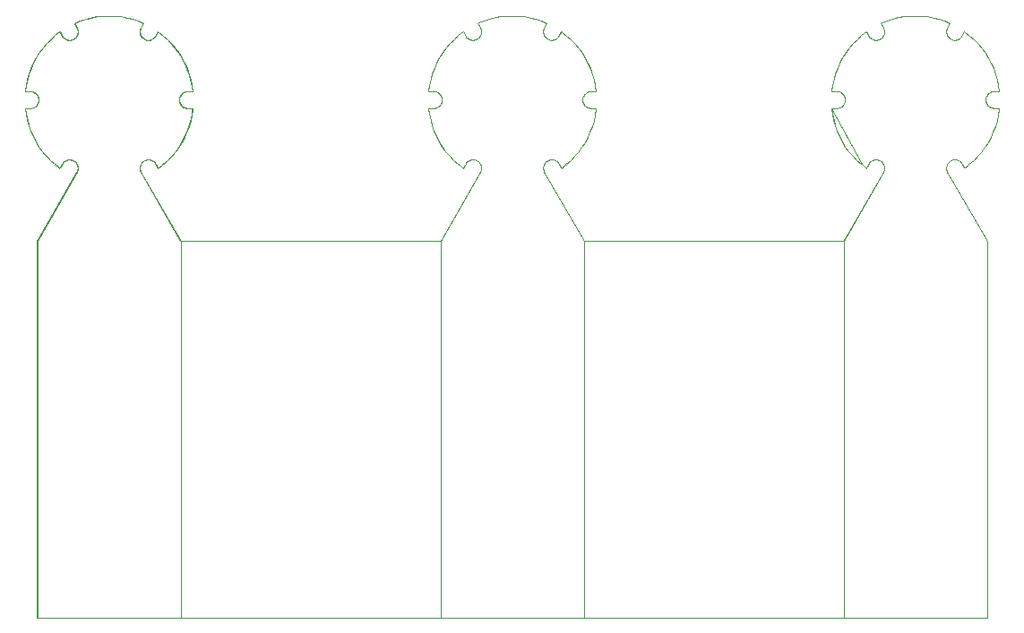
<source format=gko>
%FSTAX23Y23*%
%MOIN*%
%SFA1B1*%

%IPPOS*%
%ADD10C,0.003937*%
%ADD60C,0.003937*%
%LNpcb4-1*%
%LPD*%
G54D10*
X04212Y04242D02*
D01*
X04212Y04242*
X04212Y04242*
X04212Y04242*
X04212Y04242*
X04212Y04242*
X04211Y04242*
X04211Y04242*
X04211Y04242*
X04211Y04242*
X04211Y04242*
X05713Y04242D02*
D01*
X05713*
X05713*
X05713*
X05713Y04242*
X05713Y04242*
X06676Y04242D02*
D01*
X06676Y04242*
X06675Y04242*
X06675Y04242*
X06675Y04242*
X06675Y04242*
X06675Y04242*
X07068Y05937D02*
D01*
X07067Y05935*
X07065Y05933*
X07064Y05932*
X07063Y0593*
X07062Y05928*
X07061Y05926*
X07061Y05923*
X0706Y05921*
X0706Y05919*
X0706Y05917*
X0706Y05915*
X0706Y05913*
X0706Y0591*
X0706Y05908*
X07061Y05906*
X07062Y05904*
X07063Y05902*
X07064Y059*
X07064Y059*
X07118Y05931D02*
D01*
X07117Y05933*
X07116Y05935*
X07114Y05936*
X07113Y05938*
X07111Y0594*
X0711Y05941*
X07108Y05942*
X07106Y05943*
X07104Y05944*
X07102Y05945*
X071Y05946*
X07098Y05946*
X07095Y05947*
X07093Y05947*
X07091Y05947*
X07089Y05947*
X07087Y05947*
X07084Y05946*
X07082Y05946*
X0708Y05945*
X07078Y05944*
X07076Y05943*
X07074Y05942*
X07073Y05941*
X07071Y0594*
X07069Y05938*
X07068Y05937*
X07127Y05916D02*
D01*
X07131Y05918*
X07134Y05921*
X07138Y05923*
X07141Y05926*
X07144Y05929*
D01*
X07161Y05943*
X07176Y05959*
X0719Y05975*
X07203Y05993*
X07215Y06011*
X07225Y06031*
X07234Y06051*
X07241Y06071*
X07248Y06092*
X07252Y06113*
X07255Y06135*
X07256Y06138*
X07215Y06191D02*
D01*
X07213Y06189*
X07212Y06187*
X07211Y06186*
X0721Y06184*
X07209Y06182*
X07208Y0618*
X07207Y06178*
X07207Y06175*
X07206Y06173*
X07206Y06171*
X07206Y06169*
X07206Y06167*
X07207Y06164*
X07207Y06162*
X07208Y0616*
X07208Y06158*
X07209Y06156*
X0721Y06154*
X07211Y06152*
X07213Y0615*
X07214Y06149*
X07215Y06147*
X07217Y06146*
X07219Y06144*
X07221Y06143*
X07222Y06142*
X07224Y06141*
X07226Y0614*
X07229Y06139*
X07231Y06139*
X07233Y06138*
X07235Y06138*
X07237Y06138*
X07238Y06138*
Y06201D02*
D01*
X07235Y06201*
X07233Y06201*
X07231Y062*
X07229Y062*
X07227Y06199*
X07225Y06198*
X07223Y06197*
X07221Y06196*
X07219Y06195*
X07217Y06194*
X07216Y06192*
X07215Y06191*
X07238Y06201D02*
D01*
X07238*
X07238Y06201*
X07238*
X07238*
X07238*
Y06201*
D01*
X07238*
X07238*
X07238Y06201*
X07238*
X07238Y06201*
Y06201*
X07256D02*
D01*
X07253Y06223*
X07248Y06244*
X07242Y06265*
X07235Y06286*
X07226Y06306*
X07216Y06325*
X07205Y06343*
X07192Y06361*
X07178Y06378*
X07163Y06394*
X07146Y06408*
X07129Y06422*
X07127Y06423*
X07117Y06405D02*
D01*
X07117Y06405*
X07117Y06405*
X07117Y06406*
X07117Y06406*
X07117Y06405D02*
D01*
X07117Y06405*
X07117Y06405*
X07117Y06405*
X07114Y06402D02*
D01*
X07116Y06404*
X07117Y06405*
X07063Y06437D02*
D01*
X07062Y06435*
X07061Y06433*
X07061Y06431*
X0706Y06429*
X0706Y06427*
X0706Y06425*
X0706Y06423*
X0706Y0642*
X0706Y06418*
X0706Y06416*
X07061Y06414*
X07062Y06412*
X07063Y0641*
X07064Y06408*
X07065Y06406*
X07066Y06404*
X07067Y06403*
X07069Y06401*
X07071Y06399*
X07072Y06398*
X07074Y06397*
X07076Y06396*
X07078Y06395*
X0708Y06394*
X07082Y06393*
X07084Y06393*
X07086Y06392*
X07089Y06392*
X07091Y06392*
X07093Y06392*
X07095Y06392*
X07097Y06393*
X07099Y06393*
X07102Y06394*
X07104Y06395*
X07106Y06395*
X07108Y06397*
X07109Y06398*
X07111Y06399*
X07113Y06401*
X07114Y06402*
X07063Y06438D02*
D01*
X07063Y06438*
X07063Y06438*
X07063Y06438*
X07063Y06437*
X07073Y06455D02*
D01*
X07053Y06463*
X07032Y0647*
X07011Y06475*
X06989Y06479*
X06967Y06482*
X06946Y06482*
X06924Y06482*
X06902Y0648*
X0688Y06476*
X06859Y06471*
X06838Y06464*
X06818Y06456*
X06816Y06455*
X06825Y06439D02*
D01*
X06825Y06439*
X06825Y06439*
X06825Y06439*
X06825Y06439*
X06825Y06439*
X06825Y06439D02*
D01*
X06825Y06439*
X06825Y06439*
X06825Y06439*
X06825Y06439*
X06825Y06439*
X06829Y06423D02*
D01*
X06829Y06426*
X06829Y06428*
X06829Y0643*
X06828Y06432*
X06827Y06434*
X06827Y06436*
X06826Y06438*
X06825Y06439*
X06821Y06402D02*
D01*
X06822Y06404*
X06824Y06405*
X06825Y06407*
X06826Y06409*
X06827Y06411*
X06828Y06413*
X06828Y06415*
X06829Y06417*
X06829Y0642*
X06829Y06422*
X06829Y06423*
X0677Y06408D02*
D01*
X06772Y06406*
X06773Y06404*
X06774Y06402*
X06776Y06401*
X06777Y06399*
X06779Y06398*
X06781Y06397*
X06783Y06396*
X06785Y06395*
X06787Y06394*
X06789Y06393*
X06791Y06393*
X06793Y06392*
X06796Y06392*
X06798Y06392*
X068Y06392*
X06802Y06392*
X06804Y06393*
X06806Y06393*
X06809Y06394*
X06811Y06395*
X06813Y06396*
X06814Y06397*
X06816Y06398*
X06818Y06399*
X0682Y06401*
X06821Y06402*
X06761Y06423D02*
D01*
X06744Y0641*
X06728Y06395*
X06713Y0638*
X06698Y06363*
X06686Y06345*
X06674Y06327*
X06664Y06308*
X06655Y06288*
X06647Y06267*
X06641Y06246*
X06636Y06225*
X06633Y06203*
X06633Y06201*
X06651D02*
D01*
X06651*
X06651*
X06651Y06201*
X06651*
X06651Y06201*
Y06201*
X06651D02*
D01*
X06651*
X06651Y06201*
X06651*
X06651*
X06651Y06201*
X06683Y06169D02*
D01*
X06683Y06172*
X06682Y06174*
X06682Y06176*
X06681Y06178*
X06681Y0618*
X0668Y06182*
X06679Y06184*
X06678Y06186*
X06677Y06188*
X06675Y0619*
X06674Y06191*
X06672Y06193*
X0667Y06194*
X06669Y06196*
X06667Y06197*
X06665Y06198*
X06663Y06199*
X06661Y06199*
X06659Y062*
X06657Y062*
X06654Y06201*
X06652Y06201*
X06651Y06201*
X06674Y06148D02*
D01*
X06676Y0615*
X06677Y06151*
X06678Y06153*
X06679Y06155*
X0668Y06157*
X06681Y06159*
X06682Y06161*
X06682Y06163*
X06682Y06166*
X06683Y06168*
X06683Y06169*
X06651Y06138D02*
D01*
X06653Y06138*
X06655Y06138*
X06658Y06139*
X0666Y06139*
X06662Y0614*
X06664Y06141*
X06666Y06142*
X06668Y06143*
X0667Y06144*
X06671Y06145*
X06673Y06147*
X06674Y06148*
X06633Y06138D02*
D01*
X06636Y06116*
X0664Y06095*
X06646Y06074*
X06654Y06053*
X06663Y06033*
X06673Y06014*
X06684Y05995*
X06697Y05978*
X06711Y05961*
X06726Y05945*
X06742Y0593*
X06745Y05929*
D01*
X06748Y05926*
X06751Y05923*
X06755Y05921*
X06758Y05918*
X06761Y05915*
X0677Y05931D02*
D01*
X0677Y05931*
X0677Y05931*
X0677Y05931*
X0677Y05931*
X0677Y05931*
X0677Y05931D02*
D01*
X0677Y05931*
X0677Y05931*
X0677Y05931*
X0677Y05931*
X0677Y05931*
X06775Y05937D02*
D01*
X06773Y05935*
X06772Y05933*
X06771Y05932*
X0677Y05931*
X06829Y05915D02*
D01*
X06829Y05918*
X06829Y0592*
X06829Y05922*
X06828Y05924*
X06827Y05926*
X06827Y05928*
X06826Y0593*
X06824Y05932*
X06823Y05934*
X06822Y05936*
X0682Y05937*
X06819Y05939*
X06817Y0594*
X06815Y05942*
X06813Y05943*
X06812Y05944*
X0681Y05945*
X06807Y05945*
X06805Y05946*
X06803Y05946*
X06801Y05947*
X06799Y05947*
X06797*
X06794Y05947*
X06792Y05946*
X0679Y05946*
X06788Y05945*
X06786Y05945*
X06784Y05944*
X06782Y05943*
X0678Y05942*
X06778Y0594*
X06777Y05939*
X06775Y05937*
X06775Y05937*
X06825Y059D02*
D01*
X06826Y05902*
X06827Y05904*
X06828Y05906*
X06828Y05908*
X06829Y0591*
X06829Y05912*
X06829Y05914*
X06829Y05915*
X06679Y05645D02*
D01*
X06679Y05645*
X06679Y05645*
X06679Y05645*
X06679Y05646*
X06679Y05646*
X06679Y05646*
X06679Y05646*
X06679Y05646*
X06679Y05646*
X06679Y05646*
X06677Y05643D02*
D01*
X06677Y05643*
X06677Y05643*
X06678Y05643*
X06678Y05643*
X06678Y05643*
X06678Y05643*
X06678Y05643*
X06678Y05643*
X06678Y05643*
X06678Y05643*
X06679Y05644*
X06679Y05644*
X06679Y05644*
X06679Y05644*
X06679Y05644*
X06679Y05644*
X06679Y05644*
X06679Y05644*
X06679Y05644*
X06679Y05645*
X06679Y05645*
X06679Y05645*
X06679Y05645*
X05712Y05644D02*
D01*
X05712Y05644*
X05712Y05644*
X05712Y05644*
X05712Y05644*
X05712Y05643*
X05712Y05643*
X05712Y05643*
X05712Y05643*
X05712Y05643*
X05713Y05643*
X05713Y05643*
X05713Y05643*
X05713Y05643*
X05713Y05643*
X05713Y05643*
X05564Y059D02*
D01*
X05564Y059*
X05564Y059*
X05564Y05899*
X05564Y05899*
X05564Y05899*
X05564Y05899*
X05609Y05941D02*
D01*
X05607Y05943*
X05605Y05944*
X05603Y05945*
X05601Y05945*
X05599Y05946*
X05597Y05946*
X05594Y05947*
X05592Y05947*
X0559Y05947*
X05588Y05947*
X05586Y05946*
X05584Y05946*
X05581Y05945*
X05579Y05944*
X05577Y05944*
X05575Y05942*
X05574Y05941*
X05572Y0594*
X0557Y05939*
X05569Y05937*
X05567Y05935*
X05566Y05934*
X05565Y05932*
X05563Y0593*
X05562Y05928*
X05562Y05926*
X05561Y05924*
X0556Y05922*
X0556Y05919*
X0556Y05917*
X0556Y05915*
X0556Y05913*
X0556Y05911*
X05561Y05909*
X05561Y05906*
X05562Y05904*
X05563Y05902*
X05564Y059*
X05564Y059*
X05619Y05931D02*
D01*
X05617Y05933*
X05616Y05935*
X05615Y05936*
X05613Y05938*
X05612Y05939*
X0561Y05941*
X05609Y05941*
X05619Y05931D02*
D01*
X05619Y05931*
X05619Y05931*
X05619Y05931*
X05619Y05931*
X05619Y05931*
X05628Y05915D02*
D01*
X05631Y05918*
X05635Y0592*
X05638Y05923*
X05641Y05926*
X05645Y05928*
X05645Y05928*
D01*
X05645Y05928*
X05645Y05928*
X05645Y05928*
X05645Y05928*
X05645Y05928*
X05645Y05928D02*
D01*
X05661Y05943*
X05676Y05959*
X0569Y05975*
X05703Y05993*
X05715Y06011*
X05725Y06031*
X05734Y0605*
X05742Y06071*
X05748Y06092*
X05753Y06113*
X05756Y06135*
X05756Y06138*
X05738Y06138D02*
D01*
X05738*
X05738*
X05738*
X05738*
X05738*
Y06138*
D01*
X05738*
X05738*
X05738*
X05738*
X05738*
Y06138*
X05721Y06143D02*
D01*
X05722Y06142*
X05724Y06141*
X05726Y0614*
X05728Y06139*
X05731Y06139*
X05733Y06138*
X05735Y06138*
X05737Y06138*
X05738Y06138*
Y06201D02*
D01*
X05736Y06201*
X05734Y062*
X05731Y062*
X05729Y062*
X05727Y06199*
X05725Y06198*
X05723Y06197*
X05721Y06196*
X05719Y06195*
X05718Y06193*
X05716Y06192*
X05715Y0619*
X05713Y06189*
X05712Y06187*
X05711Y06185*
X0571Y06183*
X05709Y06181*
X05708Y06179*
X05707Y06177*
X05707Y06175*
X05707Y06173*
X05706Y0617*
Y06168*
X05707Y06166*
X05707Y06164*
X05707Y06162*
X05708Y0616*
X05709Y06157*
X0571Y06155*
X05711Y06154*
X05712Y06152*
X05713Y0615*
X05715Y06148*
X05716Y06147*
X05718Y06145*
X05719Y06144*
X05721Y06143*
X05738Y06201D02*
D01*
X05738*
X05738*
X05738*
X05738*
X05738*
X05738D02*
D01*
X05738*
X05738*
X05738*
X05738*
X05738*
X05756D02*
D01*
X05753Y06222*
X05749Y06244*
X05743Y06265*
X05735Y06285*
X05727Y06305*
X05716Y06325*
X05705Y06343*
X05692Y06361*
X05678Y06378*
X05663Y06394*
X05647Y06408*
X0563Y06422*
X05628Y06423*
X05617Y06405D02*
D01*
X05617Y06405*
X05617Y06405*
X05617Y06405*
X05617Y06405*
X05617Y06405*
X05617Y06405*
X05574Y06397D02*
D01*
X05576Y06396*
X05578Y06395*
X0558Y06394*
X05582Y06393*
X05584Y06393*
X05586Y06392*
X05588Y06392*
X0559Y06392*
X05593Y06392*
X05595Y06392*
X05597Y06392*
X05599Y06393*
X05601Y06393*
X05603Y06394*
X05605Y06395*
X05607Y06396*
X05609Y06397*
X05611Y06399*
X05613Y064*
X05614Y06402*
X05616Y06403*
X05617Y06405*
X05563Y06437D02*
D01*
X05562Y06435*
X05561Y06433*
X05561Y06431*
X0556Y06429*
X0556Y06427*
X0556Y06425*
X0556Y06422*
X0556Y0642*
X0556Y06418*
X05561Y06416*
X05561Y06414*
X05562Y06412*
X05563Y0641*
X05564Y06408*
X05565Y06406*
X05566Y06404*
X05568Y06402*
X05569Y06401*
X05571Y06399*
X05573Y06398*
X05574Y06397*
X05563Y06437D02*
D01*
X05563*
Y06437*
X05563Y06437*
Y06437*
X05563*
X05563Y06438D02*
D01*
X05563Y06438*
X05563Y06438*
X05563Y06437*
X05563Y06437*
X05573Y06455D02*
D01*
X05553Y06463*
X05532Y0647*
X05511Y06475*
X05489Y06479*
X05468Y06481*
X05446Y06482*
X05424Y06482*
X05402Y06479*
X05381Y06476*
X0536Y0647*
X05339Y06464*
X05318Y06456*
X05316Y06455*
X0533Y06423D02*
D01*
X05329Y06425*
X05329Y06428*
X05329Y0643*
X05328Y06432*
X05328Y06434*
X05327Y06436*
X05326Y06438*
X05325Y06439*
X05281Y06397D02*
D01*
X05282Y06396*
X05284Y06395*
X05286Y06394*
X05288Y06393*
X05291Y06393*
X05293Y06392*
X05295Y06392*
X05297Y06392*
X05299Y06392*
X05301Y06392*
X05304Y06392*
X05306Y06393*
X05308Y06393*
X0531Y06394*
X05312Y06395*
X05314Y06396*
X05316Y06397*
X05318Y06399*
X05319Y064*
X05321Y06402*
X05322Y06403*
X05324Y06405*
X05325Y06407*
X05326Y06409*
X05327Y06411*
X05328Y06413*
X05328Y06415*
X05329Y06417*
X05329Y06419*
X05329Y06421*
X0533Y06423*
X05271Y06408D02*
D01*
X05272Y06406*
X05273Y06404*
X05275Y06402*
X05276Y06401*
X05278Y06399*
X0528Y06398*
X05281Y06397*
X05262Y06423D02*
D01*
X05244Y0641*
X05228Y06395*
X05213Y0638*
X05199Y06363*
X05186Y06345*
X05174Y06327*
X05164Y06308*
X05155Y06288*
X05147Y06267*
X05141Y06246*
X05137Y06225*
X05134Y06203*
X05133Y06201*
X05151D02*
D01*
X05151*
X05151*
X05151*
X05151*
X05151*
X05151D02*
D01*
X05151*
X05151*
X05151*
X05151*
X05151*
X05169Y06195D02*
D01*
X05167Y06197*
X05165Y06198*
X05163Y06199*
X05161Y06199*
X05159Y062*
X05157Y062*
X05154Y06201*
X05152Y06201*
X05151Y06201*
X05183Y06169D02*
D01*
X05183Y06171*
X05183Y06174*
X05182Y06176*
X05182Y06178*
X05181Y0618*
X0518Y06182*
X05179Y06184*
X05178Y06186*
X05177Y06188*
X05176Y0619*
X05174Y06191*
X05172Y06193*
X05171Y06194*
X05169Y06195*
X05169Y06195*
X05151Y06138D02*
D01*
X05154Y06138*
X05156Y06138*
X05158Y06138*
X0516Y06139*
X05162Y0614*
X05164Y0614*
X05166Y06141*
X05168Y06143*
X0517Y06144*
X05172Y06145*
X05173Y06147*
X05175Y06148*
X05176Y0615*
X05177Y06152*
X05179Y06154*
X0518Y06155*
X05181Y06157*
X05181Y0616*
X05182Y06162*
X05182Y06164*
X05183Y06166*
X05183Y06168*
X05183Y06169*
X05133Y06138D02*
D01*
X05136Y06116*
X05141Y06095*
X05147Y06074*
X05154Y06053*
X05163Y06033*
X05173Y06014*
X05185Y05995*
X05197Y05978*
X05211Y05961*
X05226Y05945*
X05243Y0593*
X05245Y05928*
X05245Y05928D02*
D01*
X05245Y05928*
X05245Y05928*
X05245Y05928*
X05245Y05928*
X05245Y05928*
X05245Y05928*
D01*
X05248Y05926*
X05251Y05923*
X05255Y0592*
X05258Y05918*
X05262Y05915*
X05262Y05915*
X05271Y05931D02*
D01*
X05271Y05931*
X05271Y05931*
X05271Y05931*
X05271Y05931*
X05271Y05931*
X05271Y05931*
X05271Y05931D02*
D01*
X05271Y05931*
X05271Y05931*
X05271Y05931*
X05271Y05931*
X05271Y05931*
X05316Y05941D02*
D01*
X05314Y05943*
X05312Y05944*
X0531Y05945*
X05308Y05945*
X05305Y05946*
X05303Y05946*
X05301Y05947*
X05299Y05947*
X05297Y05947*
X05295Y05947*
X05292Y05946*
X0529Y05946*
X05288Y05945*
X05286Y05944*
X05284Y05944*
X05282Y05942*
X0528Y05941*
X05278Y0594*
X05277Y05939*
X05275Y05937*
X05274Y05935*
X05272Y05934*
X05271Y05932*
X05271Y05931*
X0533Y05915D02*
D01*
X05329Y05917*
X05329Y0592*
X05329Y05922*
X05328Y05924*
X05328Y05926*
X05327Y05928*
X05326Y0593*
X05325Y05932*
X05324Y05934*
X05322Y05936*
X05321Y05937*
X05319Y05939*
X05317Y0594*
X05316Y05941*
X05316Y05941*
X05325Y059D02*
D01*
X05326Y05901*
X05327Y05903*
X05328Y05906*
X05329Y05908*
X05329Y0591*
X05329Y05912*
X0533Y05914*
X0533Y05915*
X05177Y05643D02*
D01*
X05177Y05643*
X05177Y05644*
X05178Y05644*
X05178Y05644*
X05178Y05644*
X05178Y05644*
X05178Y05644*
X05176Y05643D02*
D01*
X05176Y05643*
X05176Y05643*
X05176Y05643*
X05176Y05643*
X05176Y05643*
X05176Y05643*
X05177Y05643*
X05177Y05643*
X05177Y05643*
X05177Y05643*
X05177Y05643*
X05177Y05643*
X05177Y05643*
X05177Y05643*
X0421Y05644D02*
D01*
X0421Y05643*
X0421Y05643*
X0421Y05643*
X0421Y05643*
X0421Y05643*
X04211Y05643*
X04211Y05643*
X04211Y05643*
X04211Y05643*
X04211Y05643*
X04211Y05643*
X04211Y05643*
X04211Y05643*
X04212Y05643*
X04212Y05643*
X04117Y05931D02*
D01*
X04116Y05932*
X04115Y05934*
X04113Y05936*
X04112Y05937*
X0411Y05939*
X04108Y0594*
X04106Y05942*
X04105Y05943*
X04103Y05944*
X04101Y05944*
X04098Y05945*
X04096Y05946*
X04094Y05946*
X04092Y05946*
X0409Y05946*
X04088Y05946*
X04085Y05946*
X04083Y05946*
X04081Y05945*
X04079Y05944*
X04077Y05944*
X04075Y05943*
X04073Y05942*
X04071Y0594*
X0407Y05939*
X04068Y05937*
X04066Y05936*
X04065Y05934*
X04064Y05932*
X04062Y05931*
X04061Y05929*
X04061Y05927*
X0406Y05925*
X04059Y05922*
X04059Y0592*
X04058Y05918*
X04058Y05916*
Y05914*
X04058Y05912*
X04059Y05909*
X04059Y05907*
X0406Y05905*
X04061Y05903*
X04061Y05901*
X04062Y05899*
X04126Y05915D02*
D01*
X0413Y05917*
X04133Y0592*
X04136Y05923*
X0414Y05925*
X04143Y05928*
D01*
X04159Y05942*
X04175Y05958*
X04189Y05975*
X04202Y05992*
X04213Y06011*
X04224Y0603*
X04233Y0605*
X0424Y0607*
X04246Y06091*
X04251Y06113*
X04254Y06134*
X04255Y06137*
X04236Y062D02*
D01*
X04234Y062*
X04232Y062*
X0423Y062*
X04228Y06199*
X04226Y06198*
X04224Y06198*
X04222Y06197*
X0422Y06196*
X04218Y06194*
X04216Y06193*
X04215Y06191*
X04213Y0619*
X04212Y06188*
X0421Y06186*
X04209Y06185*
X04208Y06183*
X04207Y06181*
X04206Y06179*
X04206Y06176*
X04205Y06174*
X04205Y06172*
X04205Y0617*
Y06168*
X04205Y06166*
X04205Y06163*
X04206Y06161*
X04206Y06159*
X04207Y06157*
X04208Y06155*
X04209Y06153*
X0421Y06151*
X04212Y06149*
X04213Y06148*
X04215Y06146*
X04216Y06145*
X04218Y06143*
X0422Y06142*
X04222Y06141*
X04224Y0614*
X04226Y06139*
X04228Y06139*
X0423Y06138*
X04232Y06138*
X04234Y06137*
X04236Y06137*
X04255Y062D02*
D01*
X04252Y06222*
X04247Y06243*
X04241Y06264*
X04234Y06285*
X04225Y06305*
X04215Y06324*
X04203Y06343*
X0419Y06361*
X04177Y06377*
X04161Y06393*
X04145Y06408*
X04128Y06421*
X04126Y06423*
X04115Y06404D02*
D01*
X04115Y06404*
X04116Y06405*
X04116Y06405*
X04116Y06405*
X04116Y06405*
X04116Y06405*
X04062Y06437D02*
D01*
X04061Y06435*
X0406Y06433*
X04059Y06431*
X04059Y06429*
X04058Y06426*
X04058Y06424*
X04058Y06422*
X04058Y0642*
X04059Y06418*
X04059Y06415*
X0406Y06413*
X0406Y06411*
X04061Y06409*
X04062Y06407*
X04064Y06405*
X04065Y06404*
X04066Y06402*
X04068Y064*
X04069Y06399*
X04071Y06397*
X04073Y06396*
X04075Y06395*
X04077Y06394*
X04079Y06393*
X04081Y06393*
X04083Y06392*
X04085Y06392*
X04087Y06391*
X0409Y06391*
X04092Y06391*
X04094Y06392*
X04096Y06392*
X04098Y06392*
X041Y06393*
X04102Y06394*
X04104Y06395*
X04106Y06396*
X04108Y06397*
X0411Y06399*
X04111Y064*
X04113Y06402*
X04114Y06403*
X04115Y06404*
X04062Y06437D02*
D01*
X04062Y06437*
X04062Y06437*
X04062Y06437*
X04062Y06437*
X04072Y06454D02*
D01*
X04051Y06463*
X04031Y06469*
X04009Y06475*
X03988Y06479*
X03966Y06481*
X03944Y06482*
X03922Y06481*
X03901Y06479*
X03879Y06475*
X03858Y0647*
X03837Y06463*
X03817Y06455*
X03815Y06454*
X03828Y06423D02*
D01*
X03828Y06425*
X03828Y06427*
X03827Y06429*
X03827Y06432*
X03826Y06434*
X03825Y06436*
X03824Y06438*
X03824Y06439*
X03769Y06407D02*
D01*
X0377Y06405*
X03772Y06403*
X03773Y06402*
X03775Y064*
X03776Y06399*
X03778Y06397*
X0378Y06396*
X03782Y06395*
X03784Y06394*
X03786Y06393*
X03788Y06393*
X0379Y06392*
X03792Y06392*
X03794Y06391*
X03796Y06391*
X03799Y06391*
X03801Y06392*
X03803Y06392*
X03805Y06393*
X03807Y06393*
X03809Y06394*
X03811Y06395*
X03813Y06396*
X03815Y06397*
X03817Y06399*
X03818Y064*
X0382Y06402*
X03821Y06403*
X03823Y06405*
X03824Y06407*
X03825Y06409*
X03826Y06411*
X03826Y06413*
X03827Y06415*
X03827Y06417*
X03828Y0642*
X03828Y06422*
X03828Y06423*
X0376Y06423D02*
D01*
X03743Y06409*
X03727Y06395*
X03711Y06379*
X03697Y06362*
X03684Y06345*
X03673Y06326*
X03662Y06307*
X03653Y06287*
X03646Y06267*
X0364Y06246*
X03635Y06224*
X03632Y06203*
X03632Y062*
X03681Y06169D02*
D01*
X03681Y06171*
X03681Y06173*
X03681Y06175*
X0368Y06178*
X03679Y0618*
X03679Y06182*
X03678Y06184*
X03677Y06186*
X03675Y06187*
X03674Y06189*
X03672Y06191*
X03671Y06192*
X03669Y06194*
X03667Y06195*
X03666Y06196*
X03664Y06197*
X03662Y06198*
X0366Y06199*
X03657Y06199*
X03655Y062*
X03653Y062*
X03651Y062*
X0365Y062*
Y06137D02*
D01*
X03652Y06137*
X03654Y06138*
X03656Y06138*
X03659Y06139*
X03661Y06139*
X03663Y0614*
X03665Y06141*
X03667Y06142*
X03668Y06143*
X0367Y06145*
X03672Y06146*
X03673Y06148*
X03675Y06149*
X03676Y06151*
X03677Y06153*
X03678Y06155*
X03679Y06157*
X0368Y06159*
X0368Y06161*
X03681Y06163*
X03681Y06166*
X03681Y06168*
X03681Y06169*
X03632Y06137D02*
D01*
X03635Y06116*
X03639Y06094*
X03645Y06073*
X03652Y06053*
X03661Y06033*
X03671Y06013*
X03683Y05995*
X03696Y05977*
X0371Y0596*
X03725Y05945*
X03741Y0593*
X03743Y05928*
D01*
X03747Y05925*
X0375Y05923*
X03753Y0592*
X03757Y05917*
X0376Y05915*
X03828Y05915D02*
D01*
X03828Y05917*
X03828Y05919*
X03827Y05921*
X03827Y05923*
X03826Y05926*
X03825Y05928*
X03824Y0593*
X03823Y05932*
X03822Y05933*
X03821Y05935*
X03819Y05937*
X03818Y05938*
X03816Y0594*
X03814Y05941*
X03812Y05942*
X0381Y05943*
X03808Y05944*
X03806Y05945*
X03804Y05945*
X03802Y05946*
X038Y05946*
X03798Y05946*
X03795*
X03793Y05946*
X03791Y05946*
X03789Y05945*
X03787Y05945*
X03785Y05944*
X03783Y05943*
X03781Y05942*
X03779Y05941*
X03777Y0594*
X03775Y05938*
X03774Y05937*
X03772Y05935*
X03771Y05933*
X0377Y05932*
X03769Y05931*
X03824Y05899D02*
D01*
X03825Y05901*
X03826Y05903*
X03826Y05905*
X03827Y05907*
X03827Y05909*
X03828Y05912*
X03828Y05914*
X03828Y05915*
X03676Y04242D02*
X04211D01*
X04212Y04242D02*
X05713D01*
X05713D02*
X06675D01*
X06676Y04242D02*
X07211D01*
Y05645D02*
Y04242D01*
X07064Y059D02*
X07211Y05645D01*
X07064Y059D02*
D01*
X07118Y05931D02*
D01*
X07127Y05916*
X07238Y06138D02*
X07256D01*
X07238Y06201D02*
X07238D01*
X07238D02*
X07238D01*
X07256D01*
X07117Y06406D02*
X07127Y06423D01*
X07063Y06437D02*
D01*
X07063Y06438D02*
D01*
X07073Y06455D01*
X06816D02*
X06825Y06439D01*
D01*
X06825Y06439D02*
X06825Y06439D01*
X06825Y06439*
X06825Y06439D02*
D01*
X0677Y06408D02*
D01*
X06761Y06423D02*
X0677Y06408D01*
X06633Y06201D02*
D01*
X06651D01*
X06651D02*
X06651D01*
X06633Y06138D02*
X06745Y05929D01*
X0677Y05931D02*
X0677Y05931D01*
Y05931D02*
X0677Y05931D01*
X0677Y05931D02*
X0677Y05931D01*
X06829Y05915D02*
X06829Y05915D01*
X06825Y059D02*
X06825Y059D01*
X06679Y05646D02*
X06825Y059D01*
X05713Y05643D02*
X06677D01*
X05712Y05644D02*
D01*
X05564Y05899D02*
X05712Y05644D01*
X05564Y059D02*
X05564Y05899D01*
X05564Y059D02*
X05564Y05899D01*
X05564Y059D02*
D01*
X05609Y05941D02*
D01*
X05619Y05931D02*
X05619Y05931D01*
D01*
X05619Y05931D01*
X05628Y05915*
D01*
X05645Y05928D02*
X05645Y05928D01*
X05738Y06138D02*
X05756Y06138D01*
X05738D02*
X05738Y06138D01*
X05738D02*
Y06138D01*
Y06138D02*
X05756D01*
Y06138D02*
Y06138D01*
X05738Y06138D02*
X05756D01*
X05721Y06143D02*
D01*
X05738Y06201D02*
X05738D01*
X05756*
X05738D02*
X05756D01*
X05738D02*
X05756D01*
X05628Y06423D02*
D01*
X05617Y06405D02*
X05628Y06423D01*
X05617Y06405D02*
D01*
X05574Y06397D02*
D01*
X05563Y06437D02*
Y06437D01*
Y06437D02*
D01*
X05563Y06438D02*
D01*
X05573Y06455D01*
X05316D02*
X05325Y06439D01*
D01*
X0533Y06423D02*
D01*
X05271Y06408D02*
D01*
X05262Y06423D02*
X05271Y06408D01*
X05133Y06201D02*
X05151D01*
X05133D02*
X05151D01*
X05133D02*
D01*
X05151D01*
X05169Y06195D02*
D01*
X05133Y06138D02*
X05151D01*
X05245Y05928D02*
X05245Y05928D01*
X05262Y05915D02*
X05271Y05931D01*
X05271Y05931D02*
X05271Y05931D01*
X05271Y05931D01*
X0533Y05915D02*
D01*
X05178Y05644D02*
X05325Y059D01*
X04212Y05643D02*
X05176D01*
X0421Y05644D02*
D01*
X04062Y05899D02*
X0421Y05644D01*
X04062Y05899D02*
X04062D01*
X04117Y05931D02*
D01*
X04126Y05915*
X04236Y06137D02*
X04255D01*
X04236Y062D02*
X04255D01*
X04116Y06405D02*
X04126Y06423D01*
X04115Y06404D02*
D01*
X04062Y06437D02*
D01*
X04062Y06437D02*
D01*
X04072Y06454D01*
X03815D02*
X03824Y06439D01*
D01*
X03769Y06407D02*
D01*
X0376Y06423D02*
X03769Y06407D01*
X03632Y062D02*
X0365D01*
X03632Y06137D02*
X0365D01*
X0376Y05915D02*
X03769Y05931D01*
X03676Y05644D02*
X03824Y05899D01*
X03676Y05644D02*
Y04242D01*
X04118Y05931D02*
D01*
X04117Y05933*
X04116Y05935*
X04115Y05937*
X04113Y05938*
X04111Y0594*
X0411Y05941*
X04108Y05942*
X04106Y05943*
X04104Y05944*
X04102Y05945*
X041Y05946*
X04098Y05946*
X04096Y05947*
X04093Y05947*
X04091Y05947*
X04089Y05947*
X04087Y05947*
X04085Y05946*
X04082Y05946*
X0408Y05945*
X04078Y05944*
X04076Y05943*
X04074Y05942*
X04073Y05941*
X04071Y0594*
X04069Y05938*
X04068Y05937*
X04066Y05935*
X04065Y05933*
X04064Y05931*
X04063Y05929*
X04062Y05927*
X04061Y05925*
X04061Y05923*
X0406Y05921*
X0406Y05919*
X0406Y05917*
Y05914*
X0406Y05912*
X0406Y0591*
X04061Y05908*
X04061Y05906*
X04062Y05904*
X04063Y05902*
X04064Y059*
X04127Y05916D02*
D01*
X04131Y05918*
X04134Y05921*
X04138Y05923*
X04141Y05926*
X04144Y05929*
X04144Y05929*
D01*
X04161Y05943*
X04176Y05959*
X0419Y05975*
X04203Y05993*
X04215Y06012*
X04225Y06031*
X04234Y06051*
X04242Y06071*
X04248Y06092*
X04252Y06113*
X04256Y06135*
X04256Y06138*
X04238Y06201D02*
D01*
X04236Y06201*
X04233Y06201*
X04231Y062*
X04229Y062*
X04227Y06199*
X04225Y06198*
X04223Y06197*
X04221Y06196*
X04219Y06195*
X04218Y06194*
X04216Y06192*
X04214Y06191*
X04213Y06189*
X04212Y06187*
X04211Y06185*
X04209Y06183*
X04209Y06181*
X04208Y06179*
X04207Y06177*
X04207Y06175*
X04206Y06173*
X04206Y06171*
Y06168*
X04206Y06166*
X04207Y06164*
X04207Y06162*
X04208Y0616*
X04209Y06158*
X04209Y06156*
X04211Y06154*
X04212Y06152*
X04213Y0615*
X04214Y06148*
X04216Y06147*
X04218Y06145*
X04219Y06144*
X04221Y06143*
X04223Y06142*
X04225Y06141*
X04227Y0614*
X04229Y06139*
X04231Y06139*
X04233Y06138*
X04236Y06138*
X04238Y06138*
X04256Y06201D02*
D01*
X04253Y06223*
X04248Y06244*
X04243Y06265*
X04235Y06286*
X04226Y06306*
X04216Y06325*
X04205Y06344*
X04192Y06361*
X04178Y06378*
X04163Y06394*
X04147Y06408*
X04129Y06422*
X04127Y06423*
X04117Y06405D02*
D01*
X04117Y06405*
X04117Y06405*
X04117Y06405*
X04117Y06405*
X04117Y06406*
X04117Y06406*
X04063Y06438D02*
D01*
X04062Y06436*
X04061Y06433*
X04061Y06431*
X0406Y06429*
X0406Y06427*
X0406Y06425*
X0406Y06423*
X0406Y0642*
X0406Y06418*
X04061Y06416*
X04061Y06414*
X04062Y06412*
X04063Y0641*
X04064Y06408*
X04065Y06406*
X04066Y06404*
X04068Y06403*
X04069Y06401*
X04071Y064*
X04072Y06398*
X04074Y06397*
X04076Y06396*
X04078Y06395*
X0408Y06394*
X04082Y06393*
X04084Y06393*
X04087Y06392*
X04089Y06392*
X04091Y06392*
X04093Y06392*
X04095Y06392*
X04097Y06393*
X041Y06393*
X04102Y06394*
X04104Y06395*
X04106Y06396*
X04108Y06397*
X04109Y06398*
X04111Y06399*
X04113Y06401*
X04114Y06402*
X04116Y06404*
X04117Y06405*
X04063Y06438D02*
D01*
X04063Y06438*
X04063Y06438*
X04063Y06438*
X04063Y06438*
X04073Y06455D02*
D01*
X04053Y06463*
X04032Y0647*
X04011Y06475*
X03989Y06479*
X03968Y06482*
X03946Y06482*
X03924Y06482*
X03902Y0648*
X03881Y06476*
X03859Y06471*
X03839Y06464*
X03818Y06456*
X03816Y06455*
X03829Y06424D02*
D01*
X03829Y06426*
X03829Y06428*
X03829Y0643*
X03828Y06432*
X03827Y06434*
X03827Y06436*
X03826Y06438*
X03825Y06439*
X03771Y06408D02*
D01*
X03772Y06406*
X03773Y06404*
X03774Y06402*
X03776Y06401*
X03778Y06399*
X03779Y06398*
X03781Y06397*
X03783Y06396*
X03785Y06395*
X03787Y06394*
X03789Y06393*
X03791Y06393*
X03793Y06392*
X03796Y06392*
X03798Y06392*
X038Y06392*
X03802Y06392*
X03804Y06393*
X03807Y06393*
X03809Y06394*
X03811Y06395*
X03813Y06396*
X03815Y06397*
X03816Y06398*
X03818Y06399*
X0382Y06401*
X03821Y06402*
X03823Y06404*
X03824Y06406*
X03825Y06408*
X03826Y0641*
X03827Y06412*
X03828Y06414*
X03828Y06416*
X03829Y06418*
X03829Y0642*
X03829Y06422*
X03829Y06424*
X03762Y06423D02*
D01*
X03744Y0641*
X03728Y06395*
X03713Y0638*
X03699Y06363*
X03686Y06346*
X03674Y06327*
X03664Y06308*
X03655Y06288*
X03647Y06267*
X03641Y06246*
X03636Y06225*
X03633Y06203*
X03633Y06201*
X03683Y0617D02*
D01*
X03683Y06172*
X03682Y06174*
X03682Y06176*
X03681Y06178*
X03681Y0618*
X0368Y06182*
X03679Y06184*
X03678Y06186*
X03677Y06188*
X03675Y0619*
X03674Y06191*
X03672Y06193*
X03671Y06194*
X03669Y06196*
X03667Y06197*
X03665Y06198*
X03663Y06199*
X03661Y06199*
X03659Y062*
X03657Y06201*
X03654Y06201*
X03652Y06201*
X03651Y06201*
Y06138D02*
D01*
X03653Y06138*
X03656Y06138*
X03658Y06139*
X0366Y06139*
X03662Y0614*
X03664Y06141*
X03666Y06142*
X03668Y06143*
X0367Y06144*
X03671Y06145*
X03673Y06147*
X03675Y06148*
X03676Y0615*
X03677Y06152*
X03678Y06154*
X0368Y06156*
X0368Y06158*
X03681Y0616*
X03682Y06162*
X03682Y06164*
X03683Y06166*
X03683Y06168*
X03683Y0617*
X03633Y06138D02*
D01*
X03636Y06116*
X03641Y06095*
X03646Y06074*
X03654Y06053*
X03663Y06033*
X03673Y06014*
X03684Y05995*
X03697Y05978*
X03711Y05961*
X03726Y05945*
X03742Y05931*
X03745Y05929*
D01*
X03748Y05926*
X03751Y05923*
X03755Y05921*
X03758Y05918*
X03762Y05916*
X03762Y05916*
X03829Y05915D02*
D01*
X03829Y05918*
X03829Y0592*
X03829Y05922*
X03828Y05924*
X03827Y05926*
X03827Y05928*
X03826Y0593*
X03825Y05932*
X03823Y05934*
X03822Y05936*
X03821Y05937*
X03819Y05939*
X03817Y0594*
X03815Y05942*
X03814Y05943*
X03812Y05944*
X0381Y05945*
X03808Y05945*
X03805Y05946*
X03803Y05947*
X03801Y05947*
X03799Y05947*
X03797*
X03795Y05947*
X03792Y05947*
X0379Y05946*
X03788Y05945*
X03786Y05945*
X03784Y05944*
X03782Y05943*
X0378Y05942*
X03778Y0594*
X03777Y05939*
X03775Y05937*
X03774Y05936*
X03772Y05934*
X03771Y05932*
X03771Y05931*
X03825Y059D02*
D01*
X03826Y05902*
X03827Y05904*
X03828Y05906*
X03828Y05908*
X03829Y0591*
X03829Y05912*
X03829Y05914*
X03829Y05915*
X03678Y04242D02*
X04211D01*
Y05645D02*
Y04242D01*
X04064Y059D02*
X04211Y05645D01*
X04064Y059D02*
D01*
X04118Y05931D02*
D01*
X04127Y05916*
X04238Y06138D02*
X04256D01*
X04238Y06201D02*
X04256D01*
X04117Y06406D02*
X04127Y06423D01*
X04117Y06405D02*
D01*
X04063Y06438D02*
D01*
X04063Y06438D02*
D01*
X04073Y06455D01*
X03816D02*
X03825Y06439D01*
D01*
X03771Y06408D02*
D01*
X03762Y06423D02*
X03771Y06408D01*
X03633Y06201D02*
X03651D01*
X03633Y06138D02*
X03651D01*
X03762Y05916D02*
X03771Y05931D01*
X03678Y05645D02*
X03825Y059D01*
X03678Y05645D02*
Y04242D01*
X05618Y05931D02*
D01*
X05617Y05933*
X05616Y05935*
X05615Y05937*
X05613Y05938*
X05611Y0594*
X0561Y05941*
X05608Y05942*
X05606Y05943*
X05604Y05944*
X05602Y05945*
X056Y05946*
X05598Y05946*
X05596Y05947*
X05593Y05947*
X05591Y05947*
X05589Y05947*
X05587Y05947*
X05585Y05946*
X05582Y05946*
X0558Y05945*
X05578Y05944*
X05576Y05943*
X05574Y05942*
X05573Y05941*
X05571Y0594*
X05569Y05938*
X05568Y05937*
X05566Y05935*
X05565Y05933*
X05564Y05931*
X05563Y05929*
X05562Y05927*
X05561Y05925*
X05561Y05923*
X0556Y05921*
X0556Y05919*
X0556Y05917*
Y05914*
X0556Y05912*
X0556Y0591*
X05561Y05908*
X05561Y05906*
X05562Y05904*
X05563Y05902*
X05564Y059*
X05627Y05916D02*
D01*
X05631Y05918*
X05634Y05921*
X05638Y05923*
X05641Y05926*
X05644Y05929*
X05644Y05929*
D01*
X05661Y05943*
X05676Y05959*
X0569Y05975*
X05703Y05993*
X05715Y06012*
X05725Y06031*
X05734Y06051*
X05742Y06071*
X05748Y06092*
X05752Y06113*
X05756Y06135*
X05756Y06138*
X05738Y06201D02*
D01*
X05736Y06201*
X05733Y06201*
X05731Y062*
X05729Y062*
X05727Y06199*
X05725Y06198*
X05723Y06197*
X05721Y06196*
X05719Y06195*
X05718Y06194*
X05716Y06192*
X05714Y06191*
X05713Y06189*
X05712Y06187*
X05711Y06185*
X05709Y06183*
X05709Y06181*
X05708Y06179*
X05707Y06177*
X05707Y06175*
X05706Y06173*
X05706Y06171*
Y06168*
X05706Y06166*
X05707Y06164*
X05707Y06162*
X05708Y0616*
X05709Y06158*
X05709Y06156*
X05711Y06154*
X05712Y06152*
X05713Y0615*
X05714Y06148*
X05716Y06147*
X05718Y06145*
X05719Y06144*
X05721Y06143*
X05723Y06142*
X05725Y06141*
X05727Y0614*
X05729Y06139*
X05731Y06139*
X05733Y06138*
X05736Y06138*
X05738Y06138*
X05756Y06201D02*
D01*
X05753Y06223*
X05748Y06244*
X05743Y06265*
X05735Y06286*
X05726Y06306*
X05716Y06325*
X05705Y06344*
X05692Y06361*
X05678Y06378*
X05663Y06394*
X05647Y06408*
X05629Y06422*
X05627Y06423*
X05617Y06405D02*
D01*
X05617Y06405*
X05617Y06405*
X05617Y06405*
X05617Y06405*
X05617Y06406*
X05617Y06406*
X05563Y06438D02*
D01*
X05562Y06436*
X05561Y06433*
X05561Y06431*
X0556Y06429*
X0556Y06427*
X0556Y06425*
X0556Y06423*
X0556Y0642*
X0556Y06418*
X05561Y06416*
X05561Y06414*
X05562Y06412*
X05563Y0641*
X05564Y06408*
X05565Y06406*
X05566Y06404*
X05568Y06403*
X05569Y06401*
X05571Y064*
X05572Y06398*
X05574Y06397*
X05576Y06396*
X05578Y06395*
X0558Y06394*
X05582Y06393*
X05584Y06393*
X05587Y06392*
X05589Y06392*
X05591Y06392*
X05593Y06392*
X05595Y06392*
X05597Y06393*
X056Y06393*
X05602Y06394*
X05604Y06395*
X05606Y06396*
X05608Y06397*
X05609Y06398*
X05611Y06399*
X05613Y06401*
X05614Y06402*
X05616Y06404*
X05617Y06405*
X05563Y06438D02*
D01*
X05563Y06438*
X05563Y06438*
X05563Y06438*
X05563Y06438*
X05573Y06455D02*
D01*
X05553Y06463*
X05532Y0647*
X05511Y06475*
X05489Y06479*
X05468Y06482*
X05446Y06482*
X05424Y06482*
X05402Y0648*
X05381Y06476*
X05359Y06471*
X05339Y06464*
X05318Y06456*
X05316Y06455*
X05329Y06424D02*
D01*
X05329Y06426*
X05329Y06428*
X05329Y0643*
X05328Y06432*
X05327Y06434*
X05327Y06436*
X05326Y06438*
X05325Y06439*
X05271Y06408D02*
D01*
X05272Y06406*
X05273Y06404*
X05274Y06402*
X05276Y06401*
X05278Y06399*
X05279Y06398*
X05281Y06397*
X05283Y06396*
X05285Y06395*
X05287Y06394*
X05289Y06393*
X05291Y06393*
X05293Y06392*
X05296Y06392*
X05298Y06392*
X053Y06392*
X05302Y06392*
X05304Y06393*
X05307Y06393*
X05309Y06394*
X05311Y06395*
X05313Y06396*
X05315Y06397*
X05316Y06398*
X05318Y06399*
X0532Y06401*
X05321Y06402*
X05323Y06404*
X05324Y06406*
X05325Y06408*
X05326Y0641*
X05327Y06412*
X05328Y06414*
X05328Y06416*
X05329Y06418*
X05329Y0642*
X05329Y06422*
X05329Y06424*
X05262Y06423D02*
D01*
X05244Y0641*
X05228Y06395*
X05213Y0638*
X05199Y06363*
X05186Y06346*
X05174Y06327*
X05164Y06308*
X05155Y06288*
X05147Y06267*
X05141Y06246*
X05136Y06225*
X05133Y06203*
X05133Y06201*
X05183Y0617D02*
D01*
X05183Y06172*
X05182Y06174*
X05182Y06176*
X05181Y06178*
X05181Y0618*
X0518Y06182*
X05179Y06184*
X05178Y06186*
X05177Y06188*
X05175Y0619*
X05174Y06191*
X05172Y06193*
X05171Y06194*
X05169Y06196*
X05167Y06197*
X05165Y06198*
X05163Y06199*
X05161Y06199*
X05159Y062*
X05157Y06201*
X05154Y06201*
X05152Y06201*
X05151Y06201*
Y06138D02*
D01*
X05153Y06138*
X05156Y06138*
X05158Y06139*
X0516Y06139*
X05162Y0614*
X05164Y06141*
X05166Y06142*
X05168Y06143*
X0517Y06144*
X05171Y06145*
X05173Y06147*
X05175Y06148*
X05176Y0615*
X05177Y06152*
X05178Y06154*
X0518Y06156*
X0518Y06158*
X05181Y0616*
X05182Y06162*
X05182Y06164*
X05183Y06166*
X05183Y06168*
X05183Y0617*
X05133Y06138D02*
D01*
X05136Y06116*
X05141Y06095*
X05146Y06074*
X05154Y06053*
X05163Y06033*
X05173Y06014*
X05184Y05995*
X05197Y05978*
X05211Y05961*
X05226Y05945*
X05242Y05931*
X05245Y05929*
D01*
X05248Y05926*
X05251Y05923*
X05255Y05921*
X05258Y05918*
X05262Y05916*
X05262Y05916*
X05329Y05915D02*
D01*
X05329Y05918*
X05329Y0592*
X05329Y05922*
X05328Y05924*
X05327Y05926*
X05327Y05928*
X05326Y0593*
X05325Y05932*
X05323Y05934*
X05322Y05936*
X05321Y05937*
X05319Y05939*
X05317Y0594*
X05315Y05942*
X05314Y05943*
X05312Y05944*
X0531Y05945*
X05308Y05945*
X05305Y05946*
X05303Y05947*
X05301Y05947*
X05299Y05947*
X05297*
X05295Y05947*
X05292Y05947*
X0529Y05946*
X05288Y05945*
X05286Y05945*
X05284Y05944*
X05282Y05943*
X0528Y05942*
X05278Y0594*
X05277Y05939*
X05275Y05937*
X05274Y05936*
X05272Y05934*
X05271Y05932*
X05271Y05931*
X05325Y059D02*
D01*
X05326Y05902*
X05327Y05904*
X05328Y05906*
X05328Y05908*
X05329Y0591*
X05329Y05912*
X05329Y05914*
X05329Y05915*
X05178Y04242D02*
X05711D01*
Y05645D02*
Y04242D01*
X05564Y059D02*
X05711Y05645D01*
X05564Y059D02*
D01*
X05618Y05931D02*
D01*
X05627Y05916*
X05738Y06138D02*
X05756D01*
X05738Y06201D02*
X05756D01*
X05617Y06406D02*
X05627Y06423D01*
X05617Y06405D02*
D01*
X05563Y06438D02*
D01*
X05563Y06438D02*
D01*
X05573Y06455D01*
X05316D02*
X05325Y06439D01*
D01*
X05271Y06408D02*
D01*
X05262Y06423D02*
X05271Y06408D01*
X05133Y06201D02*
X05151D01*
X05133Y06138D02*
X05151D01*
X05262Y05916D02*
X05271Y05931D01*
X05178Y05645D02*
X05325Y059D01*
X05178Y05645D02*
Y04242D01*
X07118Y05931D02*
D01*
X07117Y05933*
X07116Y05935*
X07115Y05937*
X07113Y05938*
X07111Y0594*
X0711Y05941*
X07108Y05942*
X07106Y05943*
X07104Y05944*
X07102Y05945*
X071Y05946*
X07098Y05946*
X07096Y05947*
X07093Y05947*
X07091Y05947*
X07089Y05947*
X07087Y05947*
X07085Y05946*
X07082Y05946*
X0708Y05945*
X07078Y05944*
X07076Y05943*
X07074Y05942*
X07073Y05941*
X07071Y0594*
X07069Y05938*
X07068Y05937*
X07066Y05935*
X07065Y05933*
X07064Y05931*
X07063Y05929*
X07062Y05927*
X07061Y05925*
X07061Y05923*
X0706Y05921*
X0706Y05919*
X0706Y05917*
Y05914*
X0706Y05912*
X0706Y0591*
X07061Y05908*
X07061Y05906*
X07062Y05904*
X07063Y05902*
X07064Y059*
X07127Y05916D02*
D01*
X07131Y05918*
X07134Y05921*
X07138Y05923*
X07141Y05926*
X07144Y05929*
X07144Y05929*
D01*
X07161Y05943*
X07176Y05959*
X0719Y05975*
X07203Y05993*
X07215Y06012*
X07225Y06031*
X07234Y06051*
X07242Y06071*
X07248Y06092*
X07252Y06113*
X07256Y06135*
X07256Y06138*
X07238Y06201D02*
D01*
X07236Y06201*
X07233Y06201*
X07231Y062*
X07229Y062*
X07227Y06199*
X07225Y06198*
X07223Y06197*
X07221Y06196*
X07219Y06195*
X07218Y06194*
X07216Y06192*
X07214Y06191*
X07213Y06189*
X07212Y06187*
X07211Y06185*
X07209Y06183*
X07209Y06181*
X07208Y06179*
X07207Y06177*
X07207Y06175*
X07206Y06173*
X07206Y06171*
Y06168*
X07206Y06166*
X07207Y06164*
X07207Y06162*
X07208Y0616*
X07209Y06158*
X07209Y06156*
X07211Y06154*
X07212Y06152*
X07213Y0615*
X07214Y06148*
X07216Y06147*
X07218Y06145*
X07219Y06144*
X07221Y06143*
X07223Y06142*
X07225Y06141*
X07227Y0614*
X07229Y06139*
X07231Y06139*
X07233Y06138*
X07236Y06138*
X07238Y06138*
X07256Y06201D02*
D01*
X07253Y06223*
X07248Y06244*
X07243Y06265*
X07235Y06286*
X07226Y06306*
X07216Y06325*
X07205Y06344*
X07192Y06361*
X07178Y06378*
X07163Y06394*
X07147Y06408*
X07129Y06422*
X07127Y06423*
X07117Y06405D02*
D01*
X07117Y06405*
X07117Y06405*
X07117Y06405*
X07117Y06405*
X07117Y06406*
X07117Y06406*
X07063Y06438D02*
D01*
X07062Y06436*
X07061Y06433*
X07061Y06431*
X0706Y06429*
X0706Y06427*
X0706Y06425*
X0706Y06423*
X0706Y0642*
X0706Y06418*
X07061Y06416*
X07061Y06414*
X07062Y06412*
X07063Y0641*
X07064Y06408*
X07065Y06406*
X07066Y06404*
X07068Y06403*
X07069Y06401*
X07071Y064*
X07072Y06398*
X07074Y06397*
X07076Y06396*
X07078Y06395*
X0708Y06394*
X07082Y06393*
X07084Y06393*
X07087Y06392*
X07089Y06392*
X07091Y06392*
X07093Y06392*
X07095Y06392*
X07097Y06393*
X071Y06393*
X07102Y06394*
X07104Y06395*
X07106Y06396*
X07108Y06397*
X07109Y06398*
X07111Y06399*
X07113Y06401*
X07114Y06402*
X07116Y06404*
X07117Y06405*
X07063Y06438D02*
D01*
X07063Y06438*
X07063Y06438*
X07063Y06438*
X07063Y06438*
X07073Y06455D02*
D01*
X07053Y06463*
X07032Y0647*
X07011Y06475*
X06989Y06479*
X06968Y06482*
X06946Y06482*
X06924Y06482*
X06902Y0648*
X06881Y06476*
X06859Y06471*
X06839Y06464*
X06818Y06456*
X06816Y06455*
X06829Y06424D02*
D01*
X06829Y06426*
X06829Y06428*
X06829Y0643*
X06828Y06432*
X06827Y06434*
X06827Y06436*
X06826Y06438*
X06825Y06439*
X06771Y06408D02*
D01*
X06772Y06406*
X06773Y06404*
X06774Y06402*
X06776Y06401*
X06778Y06399*
X06779Y06398*
X06781Y06397*
X06783Y06396*
X06785Y06395*
X06787Y06394*
X06789Y06393*
X06791Y06393*
X06793Y06392*
X06796Y06392*
X06798Y06392*
X068Y06392*
X06802Y06392*
X06804Y06393*
X06807Y06393*
X06809Y06394*
X06811Y06395*
X06813Y06396*
X06815Y06397*
X06816Y06398*
X06818Y06399*
X0682Y06401*
X06821Y06402*
X06823Y06404*
X06824Y06406*
X06825Y06408*
X06826Y0641*
X06827Y06412*
X06828Y06414*
X06828Y06416*
X06829Y06418*
X06829Y0642*
X06829Y06422*
X06829Y06424*
X06762Y06423D02*
D01*
X06744Y0641*
X06728Y06395*
X06713Y0638*
X06699Y06363*
X06686Y06346*
X06674Y06327*
X06664Y06308*
X06655Y06288*
X06647Y06267*
X06641Y06246*
X06636Y06225*
X06633Y06203*
X06633Y06201*
X06683Y0617D02*
D01*
X06683Y06172*
X06682Y06174*
X06682Y06176*
X06681Y06178*
X06681Y0618*
X0668Y06182*
X06679Y06184*
X06678Y06186*
X06677Y06188*
X06675Y0619*
X06674Y06191*
X06672Y06193*
X06671Y06194*
X06669Y06196*
X06667Y06197*
X06665Y06198*
X06663Y06199*
X06661Y06199*
X06659Y062*
X06657Y06201*
X06654Y06201*
X06652Y06201*
X06651Y06201*
Y06138D02*
D01*
X06653Y06138*
X06656Y06138*
X06658Y06139*
X0666Y06139*
X06662Y0614*
X06664Y06141*
X06666Y06142*
X06668Y06143*
X0667Y06144*
X06671Y06145*
X06673Y06147*
X06675Y06148*
X06676Y0615*
X06677Y06152*
X06678Y06154*
X0668Y06156*
X0668Y06158*
X06681Y0616*
X06682Y06162*
X06682Y06164*
X06683Y06166*
X06683Y06168*
X06683Y0617*
X06633Y06138D02*
D01*
X06636Y06116*
X06641Y06095*
X06646Y06074*
X06654Y06053*
X06663Y06033*
X06673Y06014*
X06684Y05995*
X06697Y05978*
X06711Y05961*
X06726Y05945*
X06742Y05931*
X06745Y05929*
D01*
X06748Y05926*
X06751Y05923*
X06755Y05921*
X06758Y05918*
X06762Y05916*
X06762Y05916*
X06829Y05915D02*
D01*
X06829Y05918*
X06829Y0592*
X06829Y05922*
X06828Y05924*
X06827Y05926*
X06827Y05928*
X06826Y0593*
X06825Y05932*
X06823Y05934*
X06822Y05936*
X06821Y05937*
X06819Y05939*
X06817Y0594*
X06815Y05942*
X06814Y05943*
X06812Y05944*
X0681Y05945*
X06808Y05945*
X06805Y05946*
X06803Y05947*
X06801Y05947*
X06799Y05947*
X06797*
X06795Y05947*
X06792Y05947*
X0679Y05946*
X06788Y05945*
X06786Y05945*
X06784Y05944*
X06782Y05943*
X0678Y05942*
X06778Y0594*
X06777Y05939*
X06775Y05937*
X06774Y05936*
X06772Y05934*
X06771Y05932*
X06771Y05931*
X06825Y059D02*
D01*
X06826Y05902*
X06827Y05904*
X06828Y05906*
X06828Y05908*
X06829Y0591*
X06829Y05912*
X06829Y05914*
X06829Y05915*
X06678Y04242D02*
X07211D01*
Y05645D02*
Y04242D01*
X07064Y059D02*
X07211Y05645D01*
X07064Y059D02*
D01*
X07118Y05931D02*
D01*
X07127Y05916*
X07238Y06138D02*
X07256D01*
X07238Y06201D02*
X07256D01*
X07117Y06406D02*
X07127Y06423D01*
X07117Y06405D02*
D01*
X07063Y06438D02*
D01*
X07063Y06438D02*
D01*
X07073Y06455D01*
X06816D02*
X06825Y06439D01*
D01*
X06771Y06408D02*
D01*
X06762Y06423D02*
X06771Y06408D01*
X06633Y06201D02*
X06651D01*
X06633Y06138D02*
X06651D01*
X06762Y05916D02*
X06771Y05931D01*
X06678Y05645D02*
X06825Y059D01*
X06678Y05645D02*
Y04242D01*
G54D60*
X07063Y06437D03*
X05617Y06405D03*
X05563Y06437D03*
M02*
</source>
